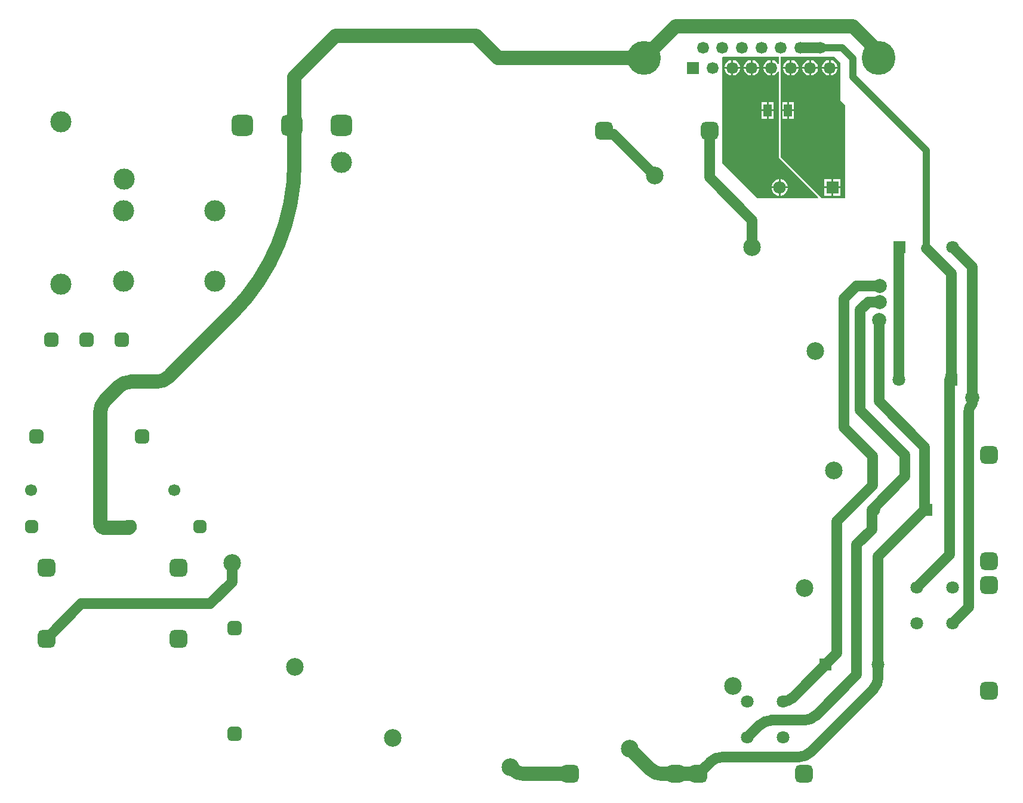
<source format=gtl>
G04*
G04 #@! TF.GenerationSoftware,Altium Limited,Altium Designer,21.8.1 (53)*
G04*
G04 Layer_Physical_Order=1*
G04 Layer_Color=255*
%FSLAX25Y25*%
%MOIN*%
G70*
G04*
G04 #@! TF.SameCoordinates,E78F759E-4530-471A-9806-BC5E2220268D*
G04*
G04*
G04 #@! TF.FilePolarity,Positive*
G04*
G01*
G75*
%ADD30C,0.07874*%
%ADD31C,0.05906*%
%ADD32R,0.04528X0.07087*%
%ADD33C,0.03937*%
%ADD34C,0.18898*%
%ADD35C,0.06653*%
%ADD36R,0.06653X0.06653*%
G04:AMPARAMS|DCode=37|XSize=118.11mil|YSize=118.11mil|CornerRadius=29.53mil|HoleSize=0mil|Usage=FLASHONLY|Rotation=0.000|XOffset=0mil|YOffset=0mil|HoleType=Round|Shape=RoundedRectangle|*
%AMROUNDEDRECTD37*
21,1,0.11811,0.05906,0,0,0.0*
21,1,0.05906,0.11811,0,0,0.0*
1,1,0.05906,0.02953,-0.02953*
1,1,0.05906,-0.02953,-0.02953*
1,1,0.05906,-0.02953,0.02953*
1,1,0.05906,0.02953,0.02953*
%
%ADD37ROUNDEDRECTD37*%
%ADD38C,0.07087*%
%ADD39R,0.07087X0.07087*%
G04:AMPARAMS|DCode=40|XSize=98.43mil|YSize=98.43mil|CornerRadius=24.61mil|HoleSize=0mil|Usage=FLASHONLY|Rotation=180.000|XOffset=0mil|YOffset=0mil|HoleType=Round|Shape=RoundedRectangle|*
%AMROUNDEDRECTD40*
21,1,0.09843,0.04921,0,0,180.0*
21,1,0.04921,0.09843,0,0,180.0*
1,1,0.04921,-0.02461,0.02461*
1,1,0.04921,0.02461,0.02461*
1,1,0.04921,0.02461,-0.02461*
1,1,0.04921,-0.02461,-0.02461*
%
%ADD40ROUNDEDRECTD40*%
%ADD41C,0.09843*%
G04:AMPARAMS|DCode=42|XSize=98.43mil|YSize=98.43mil|CornerRadius=24.61mil|HoleSize=0mil|Usage=FLASHONLY|Rotation=90.000|XOffset=0mil|YOffset=0mil|HoleType=Round|Shape=RoundedRectangle|*
%AMROUNDEDRECTD42*
21,1,0.09843,0.04921,0,0,90.0*
21,1,0.04921,0.09843,0,0,90.0*
1,1,0.04921,0.02461,0.02461*
1,1,0.04921,0.02461,-0.02461*
1,1,0.04921,-0.02461,-0.02461*
1,1,0.04921,-0.02461,0.02461*
%
%ADD42ROUNDEDRECTD42*%
%ADD43C,0.11811*%
G04:AMPARAMS|DCode=44|XSize=78.74mil|YSize=78.74mil|CornerRadius=19.68mil|HoleSize=0mil|Usage=FLASHONLY|Rotation=90.000|XOffset=0mil|YOffset=0mil|HoleType=Round|Shape=RoundedRectangle|*
%AMROUNDEDRECTD44*
21,1,0.07874,0.03937,0,0,90.0*
21,1,0.03937,0.07874,0,0,90.0*
1,1,0.03937,0.01968,0.01968*
1,1,0.03937,0.01968,-0.01968*
1,1,0.03937,-0.01968,-0.01968*
1,1,0.03937,-0.01968,0.01968*
%
%ADD44ROUNDEDRECTD44*%
%ADD45C,0.06693*%
G04:AMPARAMS|DCode=46|XSize=78.74mil|YSize=78.74mil|CornerRadius=19.68mil|HoleSize=0mil|Usage=FLASHONLY|Rotation=180.000|XOffset=0mil|YOffset=0mil|HoleType=Round|Shape=RoundedRectangle|*
%AMROUNDEDRECTD46*
21,1,0.07874,0.03937,0,0,180.0*
21,1,0.03937,0.07874,0,0,180.0*
1,1,0.03937,-0.01968,0.01968*
1,1,0.03937,0.01968,0.01968*
1,1,0.03937,0.01968,-0.01968*
1,1,0.03937,-0.01968,-0.01968*
%
%ADD46ROUNDEDRECTD46*%
G04:AMPARAMS|DCode=47|XSize=70.87mil|YSize=70.87mil|CornerRadius=17.72mil|HoleSize=0mil|Usage=FLASHONLY|Rotation=180.000|XOffset=0mil|YOffset=0mil|HoleType=Round|Shape=RoundedRectangle|*
%AMROUNDEDRECTD47*
21,1,0.07087,0.03543,0,0,180.0*
21,1,0.03543,0.07087,0,0,180.0*
1,1,0.03543,-0.01772,0.01772*
1,1,0.03543,0.01772,0.01772*
1,1,0.03543,0.01772,-0.01772*
1,1,0.03543,-0.01772,-0.01772*
%
%ADD47ROUNDEDRECTD47*%
%ADD48C,0.07874*%
G36*
X148980Y190621D02*
X148480Y190487D01*
X148199Y190976D01*
X147393Y191781D01*
X146406Y192351D01*
X145306Y192646D01*
X145236D01*
Y188319D01*
Y183992D01*
X145306D01*
X146406Y184287D01*
X147393Y184857D01*
X148199Y185662D01*
X148480Y186150D01*
X148980Y186016D01*
Y138500D01*
X149058Y138110D01*
X149279Y137779D01*
X171096Y115962D01*
X170905Y115500D01*
X137000D01*
X117500Y135000D01*
Y194000D01*
X118000Y194500D01*
X148980D01*
Y190621D01*
D02*
G37*
G36*
X183500Y191000D02*
Y170000D01*
X186000Y167500D01*
Y115500D01*
X173000D01*
X150000Y138500D01*
Y194500D01*
X180000D01*
X183500Y191000D01*
D02*
G37*
%LPC*%
G36*
X123495Y192646D02*
X123425D01*
Y188819D01*
X127252D01*
Y188889D01*
X126957Y189989D01*
X126388Y190976D01*
X125582Y191781D01*
X124595Y192351D01*
X123495Y192646D01*
D02*
G37*
G36*
X122425D02*
X122356D01*
X121255Y192351D01*
X120268Y191781D01*
X119463Y190976D01*
X118893Y189989D01*
X118598Y188889D01*
Y188819D01*
X122425D01*
Y192646D01*
D02*
G37*
G36*
X134400D02*
X134331D01*
Y188819D01*
X138157D01*
Y188889D01*
X137863Y189989D01*
X137293Y190976D01*
X136487Y191781D01*
X135501Y192351D01*
X134400Y192646D01*
D02*
G37*
G36*
X144236D02*
X144167D01*
X143066Y192351D01*
X142080Y191781D01*
X141274Y190976D01*
X140704Y189989D01*
X140410Y188889D01*
Y188819D01*
X144236D01*
Y192646D01*
D02*
G37*
G36*
X133331D02*
X133261D01*
X132161Y192351D01*
X131174Y191781D01*
X130368Y190976D01*
X129799Y189989D01*
X129504Y188889D01*
Y188819D01*
X133331D01*
Y192646D01*
D02*
G37*
G36*
X144236Y187819D02*
X140410D01*
Y187749D01*
X140704Y186649D01*
X141274Y185662D01*
X142080Y184857D01*
X143066Y184287D01*
X144167Y183992D01*
X144236D01*
Y187819D01*
D02*
G37*
G36*
X138157D02*
X134331D01*
Y183992D01*
X134400D01*
X135501Y184287D01*
X136487Y184857D01*
X137293Y185662D01*
X137863Y186649D01*
X138157Y187749D01*
Y187819D01*
D02*
G37*
G36*
X133331D02*
X129504D01*
Y187749D01*
X129799Y186649D01*
X130368Y185662D01*
X131174Y184857D01*
X132161Y184287D01*
X133261Y183992D01*
X133331D01*
Y187819D01*
D02*
G37*
G36*
X127252Y187819D02*
X123425D01*
Y183992D01*
X123495D01*
X124595Y184287D01*
X125582Y184857D01*
X126388Y185662D01*
X126957Y186649D01*
X127252Y187749D01*
Y187819D01*
D02*
G37*
G36*
X122425D02*
X118598D01*
Y187749D01*
X118893Y186649D01*
X119463Y185662D01*
X120268Y184857D01*
X121255Y184287D01*
X122356Y183992D01*
X122425D01*
Y187819D01*
D02*
G37*
G36*
X146055Y169043D02*
X143291D01*
Y165000D01*
X146055D01*
Y169043D01*
D02*
G37*
G36*
X142291D02*
X139528D01*
Y165000D01*
X142291D01*
Y169043D01*
D02*
G37*
G36*
X146055Y164000D02*
X143291D01*
Y159957D01*
X146055D01*
Y164000D01*
D02*
G37*
G36*
X142291D02*
X139528D01*
Y159957D01*
X142291D01*
Y164000D01*
D02*
G37*
G36*
X150071Y126043D02*
X149972D01*
Y122000D01*
X154016D01*
Y122098D01*
X153706Y123254D01*
X153108Y124290D01*
X152262Y125136D01*
X151226Y125734D01*
X150071Y126043D01*
D02*
G37*
G36*
X148972D02*
X148874D01*
X147719Y125734D01*
X146683Y125136D01*
X145837Y124290D01*
X145239Y123254D01*
X144929Y122098D01*
Y122000D01*
X148972D01*
Y126043D01*
D02*
G37*
G36*
X154016Y121000D02*
X149972D01*
Y116957D01*
X150071D01*
X151226Y117266D01*
X152262Y117865D01*
X153108Y118710D01*
X153706Y119746D01*
X154016Y120902D01*
Y121000D01*
D02*
G37*
G36*
X148972D02*
X144929D01*
Y120902D01*
X145239Y119746D01*
X145837Y118710D01*
X146683Y117865D01*
X147719Y117266D01*
X148874Y116957D01*
X148972D01*
Y121000D01*
D02*
G37*
G36*
X167117Y192646D02*
X167047D01*
Y188819D01*
X170874D01*
Y188889D01*
X170579Y189989D01*
X170010Y190976D01*
X169204Y191781D01*
X168217Y192351D01*
X167117Y192646D01*
D02*
G37*
G36*
X166047D02*
X165978D01*
X164877Y192351D01*
X163891Y191781D01*
X163085Y190976D01*
X162515Y189989D01*
X162221Y188889D01*
Y188819D01*
X166047D01*
Y192646D01*
D02*
G37*
G36*
X156211D02*
X156142D01*
Y188819D01*
X159969D01*
Y188889D01*
X159674Y189989D01*
X159104Y190976D01*
X158299Y191781D01*
X157312Y192351D01*
X156211Y192646D01*
D02*
G37*
G36*
X155142D02*
X155072D01*
X153972Y192351D01*
X152985Y191781D01*
X152180Y190976D01*
X151610Y189989D01*
X151315Y188889D01*
Y188819D01*
X155142D01*
Y192646D01*
D02*
G37*
G36*
X178022Y192646D02*
X177953D01*
Y188819D01*
X181780D01*
Y188889D01*
X181485Y189989D01*
X180915Y190976D01*
X180110Y191781D01*
X179123Y192351D01*
X178022Y192646D01*
D02*
G37*
G36*
X176953D02*
X176883D01*
X175783Y192351D01*
X174796Y191781D01*
X173990Y190976D01*
X173421Y189989D01*
X173126Y188889D01*
Y188819D01*
X176953D01*
Y192646D01*
D02*
G37*
G36*
X170874Y187819D02*
X167047D01*
Y183992D01*
X167117D01*
X168217Y184287D01*
X169204Y184857D01*
X170010Y185662D01*
X170579Y186649D01*
X170874Y187749D01*
Y187819D01*
D02*
G37*
G36*
X166047D02*
X162221D01*
Y187749D01*
X162515Y186649D01*
X163085Y185662D01*
X163891Y184857D01*
X164877Y184287D01*
X165978Y183992D01*
X166047D01*
Y187819D01*
D02*
G37*
G36*
X159969Y187819D02*
X156142D01*
Y183992D01*
X156211D01*
X157312Y184287D01*
X158299Y184857D01*
X159104Y185662D01*
X159674Y186649D01*
X159969Y187749D01*
Y187819D01*
D02*
G37*
G36*
X155142D02*
X151315D01*
Y187749D01*
X151610Y186649D01*
X152180Y185662D01*
X152985Y184857D01*
X153972Y184287D01*
X155072Y183992D01*
X155142D01*
Y187819D01*
D02*
G37*
G36*
X181780Y187819D02*
X177953D01*
Y183992D01*
X178022D01*
X179123Y184287D01*
X180110Y184857D01*
X180915Y185662D01*
X181485Y186649D01*
X181780Y187749D01*
Y187819D01*
D02*
G37*
G36*
X176953D02*
X173126D01*
Y187749D01*
X173421Y186649D01*
X173990Y185662D01*
X174796Y184857D01*
X175783Y184287D01*
X176883Y183992D01*
X176953D01*
Y187819D01*
D02*
G37*
G36*
X157472Y169043D02*
X154709D01*
Y165000D01*
X157472D01*
Y169043D01*
D02*
G37*
G36*
X153709D02*
X150945D01*
Y165000D01*
X153709D01*
Y169043D01*
D02*
G37*
G36*
X157472Y164000D02*
X154709D01*
Y159957D01*
X157472D01*
Y164000D01*
D02*
G37*
G36*
X153709D02*
X150945D01*
Y159957D01*
X153709D01*
Y164000D01*
D02*
G37*
G36*
X183543Y126043D02*
X179500D01*
Y122000D01*
X183543D01*
Y126043D01*
D02*
G37*
G36*
X178500D02*
X174457D01*
Y122000D01*
X178500D01*
Y126043D01*
D02*
G37*
G36*
X183543Y121000D02*
X179500D01*
Y116957D01*
X183543D01*
Y121000D01*
D02*
G37*
G36*
X178500D02*
X174457D01*
Y116957D01*
X178500D01*
Y121000D01*
D02*
G37*
%LPD*%
D30*
X-230000Y-65586D02*
G03*
X-229000Y-68000I3414J0D01*
G01*
X77037Y-203071D02*
G03*
X84108Y-206000I7071J7071D01*
G01*
X-48Y-203071D02*
G03*
X7023Y-206000I7071J7071D01*
G01*
X-156506Y50994D02*
G03*
X-121500Y135497I-84477J84498D01*
G01*
X-213500Y-68000D02*
G03*
X-213953Y-68500I4828J-4828D01*
G01*
X-212858Y13000D02*
G03*
X-219929Y10071I0J-10000D01*
G01*
X-227071Y2929D02*
G03*
X-230000Y-4142I7071J-7071D01*
G01*
X-198642Y13000D02*
G03*
X-191571Y15929I0J10000D01*
G01*
X-228000Y-68500D02*
X-213953D01*
X-230000Y-65586D02*
Y-4142D01*
X204874Y193910D02*
Y196892D01*
X199362Y202404D02*
X204874Y196892D01*
X190500Y211500D02*
X199362Y202638D01*
X91284Y211500D02*
X190500D01*
X199362Y202404D02*
Y202638D01*
X73693Y193910D02*
X91284Y211500D01*
X-7850Y193910D02*
X73693D01*
X-19940Y206000D02*
X-7850Y193910D01*
X-98500Y206000D02*
X-19940D01*
X-121500Y183000D02*
X-98500Y206000D01*
X-121500Y147256D02*
Y183000D01*
X7023Y-206000D02*
X32445D01*
X84108D02*
X91500D01*
X104000D01*
X65748Y-191781D02*
X77037Y-203071D01*
X-1056Y-202063D02*
X-48Y-203071D01*
X-191571Y15929D02*
X-156506Y50994D01*
X-121500Y135509D02*
Y147256D01*
X-121500Y135497D02*
X-121500Y135509D01*
X-212858Y13000D02*
X-198642D01*
X-227071Y2929D02*
X-219929Y10071D01*
D31*
X257000Y707D02*
G03*
X255000Y-4121I4828J-4828D01*
G01*
X201599Y-158901D02*
G03*
X204528Y-151830I-7071J7071D01*
G01*
X162858Y-176000D02*
G03*
X169929Y-173071I0J10000D01*
G01*
X145142Y-176000D02*
G03*
X138071Y-178929I0J-10000D01*
G01*
X151500Y-165500D02*
G03*
X156621Y-163379I0J7243D01*
G01*
X159858Y-196500D02*
G03*
X166929Y-193571I0J10000D01*
G01*
X117642Y-196500D02*
G03*
X110571Y-199429I0J-10000D01*
G01*
X-156281Y-98781D02*
Y-88248D01*
X-168500Y-111000D02*
X-156281Y-98781D01*
X-240630Y-111000D02*
X-168500D01*
X-260000Y-130370D02*
X-240630Y-111000D01*
X185500Y59500D02*
X192500Y66500D01*
X205500D01*
X194500Y-3000D02*
Y53000D01*
X199000Y57500D01*
X205500D01*
X110500Y127000D02*
Y153000D01*
X134217Y88031D02*
Y103283D01*
X110500Y127000D02*
X134217Y103283D01*
X51445Y153000D02*
X53413Y151031D01*
X56676D01*
X79710Y127998D01*
X185500Y-12500D02*
Y59500D01*
Y-12500D02*
X201500Y-28500D01*
X215972Y14000D02*
Y87500D01*
X216472Y88000D01*
X231500Y87500D02*
X245500Y73500D01*
Y14000D02*
Y73500D01*
X257000Y707D02*
Y4000D01*
Y77000D01*
X246000Y88000D02*
X257000Y77000D01*
X161094Y199500D02*
X172000D01*
X257000Y707D02*
Y707D01*
X255000Y-4121D02*
Y-4121D01*
Y-4121D02*
X255000Y-113000D01*
X205000Y2000D02*
Y47500D01*
X201500Y-45000D02*
Y-28500D01*
X181500Y-65000D02*
X201500Y-45000D01*
X219500Y-40000D02*
Y-28000D01*
X201000Y-58500D02*
X219500Y-40000D01*
X194500Y-3000D02*
X219500Y-28000D01*
X205000Y2000D02*
X230528Y-23528D01*
Y-58500D02*
Y-23528D01*
X244500Y-83500D02*
Y14000D01*
X246000Y-122000D02*
X255000Y-113000D01*
X192500Y-150500D02*
Y-78000D01*
X201000Y-69500D02*
Y-58500D01*
X192500Y-78000D02*
X201000Y-69500D01*
X169929Y-173071D02*
X192500Y-150500D01*
X156621Y-163379D02*
X181500Y-138500D01*
Y-65000D01*
X204528Y-151830D02*
Y-145000D01*
Y-84500D01*
X230528Y-58500D01*
X226000Y-102000D02*
X244500Y-83500D01*
X166929Y-193571D02*
X201599Y-158901D01*
X145142Y-176000D02*
X162858D01*
X131500Y-185500D02*
X138071Y-178929D01*
X117642Y-196500D02*
X159858D01*
X104000Y-206000D02*
X110571Y-199429D01*
D32*
X142791Y164500D02*
D03*
X154209D02*
D03*
D33*
X172000Y199500D02*
X184500D01*
X190500Y193500D01*
Y183000D02*
Y193500D01*
X231500Y87500D02*
Y142000D01*
X190500Y183000D02*
X231500Y142000D01*
D34*
X204874Y193910D02*
D03*
X73693D02*
D03*
D35*
X177453Y188319D02*
D03*
X172000Y199500D02*
D03*
X166547Y188319D02*
D03*
X161094Y199500D02*
D03*
X155642Y188319D02*
D03*
X150189Y199500D02*
D03*
X144736Y188319D02*
D03*
X139284Y199500D02*
D03*
X133831Y188319D02*
D03*
X128378Y199500D02*
D03*
X122925Y188319D02*
D03*
X117473Y199500D02*
D03*
X112020Y188319D02*
D03*
X106567Y199500D02*
D03*
D36*
X101114Y188319D02*
D03*
D37*
X-123000Y156000D02*
D03*
X-95441D02*
D03*
X-150559D02*
D03*
D38*
X149472Y121500D02*
D03*
X226000Y-102000D02*
D03*
X246000D02*
D03*
Y-122000D02*
D03*
X226000D02*
D03*
X215972Y14000D02*
D03*
X202000Y-58500D02*
D03*
X246000Y88000D02*
D03*
X204528Y-145000D02*
D03*
X151500Y-165500D02*
D03*
Y-185500D02*
D03*
X131500D02*
D03*
Y-165500D02*
D03*
D39*
X179000Y121500D02*
D03*
X245500Y14000D02*
D03*
X231528Y-58500D02*
D03*
X216472Y88000D02*
D03*
X175000Y-145000D02*
D03*
D40*
X-260000Y-130370D02*
D03*
Y-91000D02*
D03*
X-186181D02*
D03*
Y-130370D02*
D03*
X110500Y153000D02*
D03*
X51445Y153000D02*
D03*
X163055Y-206000D02*
D03*
X104000D02*
D03*
X91500D02*
D03*
X32445D02*
D03*
D41*
X-156281Y-88248D02*
D03*
X-121217Y-146031D02*
D03*
X-66710Y-185998D02*
D03*
X-1056Y-202063D02*
D03*
X65748Y-191781D02*
D03*
X123531Y-156717D02*
D03*
X163498Y-102209D02*
D03*
X179563Y-36556D02*
D03*
X169281Y30248D02*
D03*
X134217Y88031D02*
D03*
X79710Y127998D02*
D03*
D42*
X266500Y-28000D02*
D03*
Y-87055D02*
D03*
Y-100445D02*
D03*
Y-159500D02*
D03*
D43*
X-95441Y135559D02*
D03*
X-216500Y126000D02*
D03*
X-252000Y67500D02*
D03*
Y158051D02*
D03*
X-217000Y69130D02*
D03*
Y108500D02*
D03*
X-165819Y69130D02*
D03*
Y108500D02*
D03*
D44*
X-155000Y-124500D02*
D03*
Y-183555D02*
D03*
D45*
X-188500Y-47500D02*
D03*
X-268500D02*
D03*
D46*
X-257370Y36500D02*
D03*
X-237685D02*
D03*
X-218000D02*
D03*
X-265555Y-17500D02*
D03*
X-206500D02*
D03*
D47*
X-268370Y-68000D02*
D03*
X-229000D02*
D03*
X-174130D02*
D03*
X-213500D02*
D03*
D48*
X205500Y66500D02*
D03*
Y57500D02*
D03*
X205000Y47500D02*
D03*
X257000Y4000D02*
D03*
M02*

</source>
